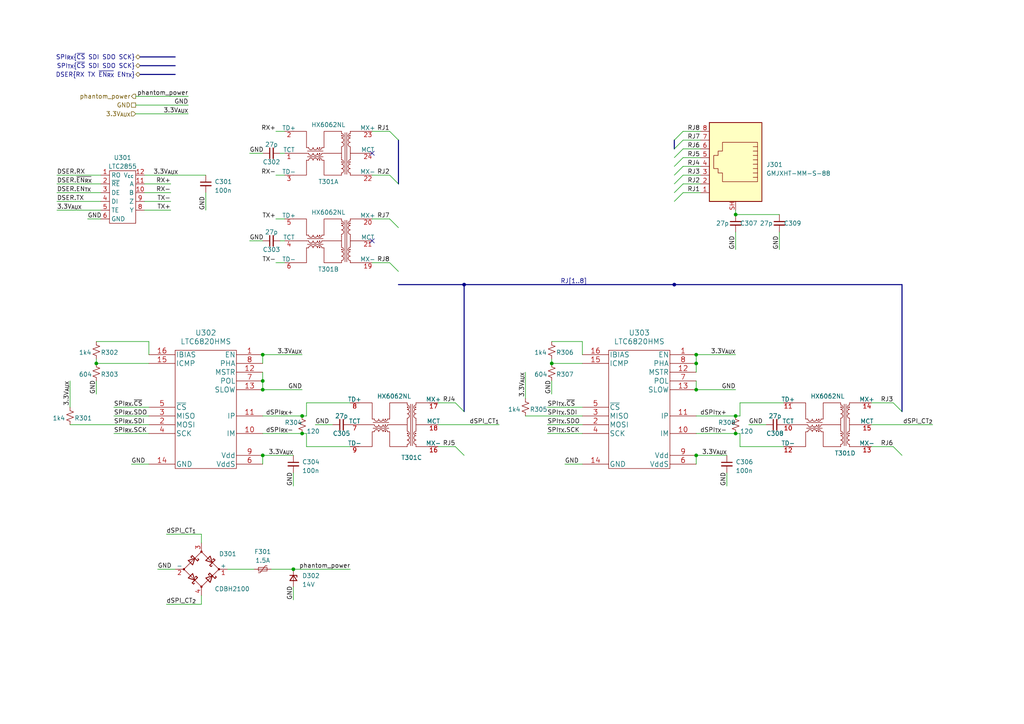
<source format=kicad_sch>
(kicad_sch (version 20210406) (generator eeschema)
  (paper "A4")
  (title_block (title "Common Slot to ATX Adapter") (rev "1"))
  (lib_symbols
    (symbol "proj_sym:C" (pin_numbers hide) (pin_names (offset 0.254) hide)
      (property "Reference" "C" (at 0.254 1.778 0))
      (property "Value" "C" (at 0.254 -2.032 0))
      (symbol "C_0_1"
        (polyline (pts (xy -1.524 -0.508) (xy 1.524 -0.508)) (stroke (width 0.3302)))
        (polyline (pts (xy -1.524 0.508) (xy 1.524 0.508)) (stroke (width 0.3048)))
      )
      (symbol "C_1_1"
        (pin passive line (at 0 2.54 270) (length 2.032) (name "~") (number "1"))
        (pin passive line (at 0 -2.54 90) (length 2.032) (name "~") (number "2"))
      )
    )
    (symbol "proj_sym:CDBH2100" (pin_names (offset 0))
      (property "Reference" "D" (at 2.54 6.985 0))
      (property "Value" "CDBH2100" (at 2.54 5.08 0))
      (symbol "CDBH2100_0_1"
        (circle (center -5.08 0) (radius 0.254) (fill (type outline)))
        (circle (center 0 -5.08) (radius 0.254) (fill (type outline)))
        (circle (center 0 5.08) (radius 0.254) (fill (type outline)))
        (circle (center 5.08 0) (radius 0.254) (fill (type outline)))
        (polyline (pts (xy -2.667 3.937) (xy -1.143 2.413)) (stroke (width 0.254)))
        (polyline (pts (xy -1.143 -2.413) (xy -2.667 -3.937)) (stroke (width 0.254)))
        (polyline (pts (xy 2.413 -1.143) (xy 3.937 -2.667)) (stroke (width 0.254)))
        (polyline (pts (xy 3.937 2.667) (xy 2.413 1.143)) (stroke (width 0.254)))
        (polyline (pts (xy -2.667 -3.937) (xy -2.286 -4.318) (xy -2.032 -4.064)) (stroke (width 0.254)))
        (polyline (pts (xy -2.667 3.937) (xy -3.048 3.556) (xy -2.794 3.302)) (stroke (width 0.254)))
        (polyline (pts (xy -1.143 -2.413) (xy -1.524 -2.032) (xy -1.778 -2.286)) (stroke (width 0.254)))
        (polyline (pts (xy -1.143 2.413) (xy -0.762 2.794) (xy -1.016 3.048)) (stroke (width 0.254)))
        (polyline (pts (xy 2.413 -1.143) (xy 2.032 -1.524) (xy 2.286 -1.778)) (stroke (width 0.254)))
        (polyline (pts (xy 2.413 1.143) (xy 2.794 0.762) (xy 3.048 1.016)) (stroke (width 0.254)))
        (polyline (pts (xy 3.937 -2.667) (xy 4.318 -2.286) (xy 4.064 -2.032)) (stroke (width 0.254)))
        (polyline (pts (xy 3.937 2.667) (xy 3.556 3.048) (xy 3.302 2.794)) (stroke (width 0.254)))
        (polyline (pts (xy -3.81 2.54) (xy -2.54 1.27) (xy -1.905 3.175) (xy -3.81 2.54)) (stroke (width 0.254)))
        (polyline (pts (xy -2.54 -1.27) (xy -3.81 -2.54) (xy -1.905 -3.175) (xy -2.54 -1.27)) (stroke (width 0.254)))
        (polyline (pts (xy 1.27 2.54) (xy 2.54 3.81) (xy 3.175 1.905) (xy 1.27 2.54)) (stroke (width 0.254)))
        (polyline (pts (xy 3.175 -1.905) (xy 1.27 -2.54) (xy 2.54 -3.81) (xy 3.175 -1.905)) (stroke (width 0.254)))
        (polyline (pts (xy -5.08 0) (xy 0 -5.08) (xy 5.08 0) (xy 0 5.08) (xy -5.08 0)))
      )
      (symbol "CDBH2100_1_1"
        (pin passive line (at 7.62 0 180) (length 2.54) (name "+") (number "1"))
        (pin passive line (at -7.62 0 0) (length 2.54) (name "-") (number "2"))
        (pin passive line (at 0 7.62 270) (length 2.54) (name "~~") (number "3"))
        (pin passive line (at 0 -7.62 90) (length 2.54) (name "~~") (number "4"))
      )
    )
    (symbol "proj_sym:D_Zener" (pin_numbers hide) (pin_names (offset 0.254) hide)
      (property "Reference" "D" (at 0 2.286 0))
      (property "Value" "D_Zener" (at 0 -2.286 0))
      (symbol "D_Zener_0_1"
        (polyline (pts (xy 0.762 0) (xy -0.762 0)))
        (polyline (pts (xy -0.254 1.016) (xy -0.762 1.016) (xy -0.762 -1.016)) (stroke (width 0.254)))
        (polyline (pts (xy 0.762 1.016) (xy -0.762 0) (xy 0.762 -1.016) (xy 0.762 1.016)) (stroke (width 0.254)))
      )
      (symbol "D_Zener_1_1"
        (pin passive line (at -2.54 0 0) (length 1.778) (name "K") (number "1"))
        (pin passive line (at 2.54 0 180) (length 1.778) (name "A") (number "2"))
      )
    )
    (symbol "proj_sym:GMJXHT-MM-S-88" (pin_names (offset 1.016))
      (property "Reference" "J" (at -5.08 13.97 0))
      (property "Value" "GMJXHT-MM-S-88" (at 2.54 13.97 0))
      (symbol "GMJXHT-MM-S-88_0_1"
        (rectangle (start 7.62 12.7) (end -7.62 -10.16) (stroke (width 0.254)) (fill (type background)))
        (polyline (pts (xy -5.08 4.445) (xy -6.35 4.445)))
        (polyline (pts (xy -5.08 5.715) (xy -6.35 5.715)))
        (polyline (pts (xy -6.35 -3.175) (xy -5.08 -3.175) (xy -5.08 -3.175)))
        (polyline (pts (xy -6.35 -1.905) (xy -5.08 -1.905) (xy -5.08 -1.905)))
        (polyline (pts (xy -6.35 -0.635) (xy -5.08 -0.635) (xy -5.08 -0.635)))
        (polyline (pts (xy -6.35 0.635) (xy -5.08 0.635) (xy -5.08 0.635)))
        (polyline (pts (xy -6.35 1.905) (xy -5.08 1.905) (xy -5.08 1.905)))
        (polyline (pts (xy -5.08 3.175) (xy -6.35 3.175) (xy -6.35 3.175)))
        (polyline (pts (xy -6.35 -4.445) (xy -6.35 6.985) (xy 3.81 6.985) (xy 3.81 4.445) (xy 5.08 4.445) (xy 5.08 3.175) (xy 6.35 3.175) (xy 6.35 -0.635) (xy 5.08 -0.635) (xy 5.08 -1.905) (xy 3.81 -1.905) (xy 3.81 -4.445) (xy -6.35 -4.445) (xy -6.35 -4.445)))
      )
      (symbol "GMJXHT-MM-S-88_1_1"
        (pin passive line (at 10.16 -7.62 180) (length 2.54) (name "~") (number "1"))
        (pin passive line (at 10.16 -5.08 180) (length 2.54) (name "~") (number "2"))
        (pin passive line (at 10.16 -2.54 180) (length 2.54) (name "~") (number "3"))
        (pin passive line (at 10.16 0 180) (length 2.54) (name "~") (number "4"))
        (pin passive line (at 10.16 2.54 180) (length 2.54) (name "~") (number "5"))
        (pin passive line (at 10.16 5.08 180) (length 2.54) (name "~") (number "6"))
        (pin passive line (at 10.16 7.62 180) (length 2.54) (name "~") (number "7"))
        (pin passive line (at 10.16 10.16 180) (length 2.54) (name "~") (number "8"))
        (pin passive line (at 0 -12.7 90) (length 2.54) (name "~") (number "SH"))
      )
    )
    (symbol "proj_sym:HX6062NL" (pin_names (offset 0))
      (property "Reference" "T" (at 0 1.905 0))
      (property "Value" "HX6062NL" (at 0 1.905 0))
      (symbol "HX6062NL_0_1"
        (arc (start -4.445 -8.382) (end -5.08 -7.747) (radius (at -5.08 -8.382) (length 0.635) (angles 0 90)) (stroke (width 0.1524)))
        (arc (start -5.08 -7.747) (end -5.715 -8.382) (radius (at -5.08 -8.382) (length 0.635) (angles 90 180)) (stroke (width 0.1524)))
        (arc (start -5.715 -6.35) (end -5.08 -6.985) (radius (at -5.08 -6.35) (length 0.635) (angles 180 -90)) (stroke (width 0.1524)))
        (arc (start -5.08 -6.985) (end -4.445 -6.35) (radius (at -5.08 -6.35) (length 0.635) (angles -90 0)) (stroke (width 0.1524)))
        (arc (start -5.715 -4.699) (end -5.08 -5.334) (radius (at -5.08 -4.699) (length 0.635) (angles 180 -90)) (stroke (width 0.1524)))
        (arc (start -5.08 -5.334) (end -4.445 -4.699) (radius (at -5.08 -4.699) (length 0.635) (angles -90 0)) (stroke (width 0.1524)))
        (arc (start -3.175 -8.382) (end -3.81 -7.747) (radius (at -3.81 -8.382) (length 0.635) (angles 0 90)) (stroke (width 0.1524)))
        (arc (start -3.81 -7.747) (end -4.445 -8.382) (radius (at -3.81 -8.382) (length 0.635) (angles 90 180)) (stroke (width 0.1524)))
        (arc (start -4.445 -6.35) (end -3.81 -6.985) (radius (at -3.81 -6.35) (length 0.635) (angles 180 -90)) (stroke (width 0.1524)))
        (arc (start -3.81 -6.985) (end -3.175 -6.35) (radius (at -3.81 -6.35) (length 0.635) (angles -90 0)) (stroke (width 0.1524)))
        (arc (start -4.445 -4.699) (end -3.81 -5.334) (radius (at -3.81 -4.699) (length 0.635) (angles 180 -90)) (stroke (width 0.1524)))
        (arc (start -3.81 -5.334) (end -3.175 -4.699) (radius (at -3.81 -4.699) (length 0.635) (angles -90 0)) (stroke (width 0.1524)))
        (arc (start -1.905 -8.382) (end -2.54 -7.747) (radius (at -2.54 -8.382) (length 0.635) (angles 0 90)) (stroke (width 0.1524)))
        (arc (start -2.54 -7.747) (end -3.175 -8.382) (radius (at -2.54 -8.382) (length 0.635) (angles 90 180)) (stroke (width 0.1524)))
        (arc (start -3.175 -6.35) (end -2.54 -6.985) (radius (at -2.54 -6.35) (length 0.635) (angles 180 -90)) (stroke (width 0.1524)))
        (arc (start -2.54 -6.985) (end -1.905 -6.35) (radius (at -2.54 -6.35) (length 0.635) (angles -90 0)) (stroke (width 0.1524)))
        (arc (start -3.175 -4.699) (end -2.54 -5.334) (radius (at -2.54 -4.699) (length 0.635) (angles 180 -90)) (stroke (width 0.1524)))
        (arc (start -2.54 -5.334) (end -1.905 -4.699) (radius (at -2.54 -4.699) (length 0.635) (angles -90 0)) (stroke (width 0.1524)))
        (arc (start 4.445 -11.43) (end 3.81 -12.065) (radius (at 3.81 -11.43) (length 0.635) (angles 0 -90)) (stroke (width 0.1524)))
        (arc (start 3.81 -10.795) (end 4.445 -11.43) (radius (at 3.81 -11.43) (length 0.635) (angles 90 0)) (stroke (width 0.1524)))
        (arc (start 4.445 -10.16) (end 3.81 -10.795) (radius (at 3.81 -10.16) (length 0.635) (angles 0 -90)) (stroke (width 0.1524)))
        (arc (start 3.81 -9.525) (end 4.445 -10.16) (radius (at 3.81 -10.16) (length 0.635) (angles 90 0)) (stroke (width 0.1524)))
        (arc (start 4.445 -8.89) (end 3.81 -9.525) (radius (at 3.81 -8.89) (length 0.635) (angles 0 -90)) (stroke (width 0.1524)))
        (arc (start 3.81 -8.255) (end 4.445 -8.89) (radius (at 3.81 -8.89) (length 0.635) (angles 90 0)) (stroke (width 0.1524)))
        (arc (start 4.445 -3.81) (end 3.81 -4.445) (radius (at 3.81 -3.81) (length 0.635) (angles 0 -90)) (stroke (width 0.1524)))
        (arc (start 3.81 -3.175) (end 4.445 -3.81) (radius (at 3.81 -3.81) (length 0.635) (angles 90 0)) (stroke (width 0.1524)))
        (arc (start 4.445 -2.54) (end 3.81 -3.175) (radius (at 3.81 -2.54) (length 0.635) (angles 0 -90)) (stroke (width 0.1524)))
        (arc (start 3.81 -1.905) (end 4.445 -2.54) (radius (at 3.81 -2.54) (length 0.635) (angles 90 0)) (stroke (width 0.1524)))
        (arc (start 4.445 -1.27) (end 3.81 -1.905) (radius (at 3.81 -1.27) (length 0.635) (angles 0 -90)) (stroke (width 0.1524)))
        (arc (start 3.81 -0.635) (end 4.445 -1.27) (radius (at 3.81 -1.27) (length 0.635) (angles 90 0)) (stroke (width 0.1524)))
        (arc (start 5.715 -11.43) (end 6.35 -10.795) (radius (at 6.35 -11.43) (length 0.635) (angles 180 90)) (stroke (width 0.1524)))
        (arc (start 6.35 -12.065) (end 5.715 -11.43) (radius (at 6.35 -11.43) (length 0.635) (angles -90 180)) (stroke (width 0.1524)))
        (arc (start 5.715 -10.16) (end 6.35 -9.525) (radius (at 6.35 -10.16) (length 0.635) (angles 180 90)) (stroke (width 0.1524)))
        (arc (start 6.35 -10.795) (end 5.715 -10.16) (radius (at 6.35 -10.16) (length 0.635) (angles -90 180)) (stroke (width 0.1524)))
        (arc (start 5.715 -8.89) (end 6.35 -8.255) (radius (at 6.35 -8.89) (length 0.635) (angles 180 90)) (stroke (width 0.1524)))
        (arc (start 6.35 -9.525) (end 5.715 -8.89) (radius (at 6.35 -8.89) (length 0.635) (angles -90 180)) (stroke (width 0.1524)))
        (arc (start 5.715 -3.81) (end 6.35 -3.175) (radius (at 6.35 -3.81) (length 0.635) (angles 180 90)) (stroke (width 0.1524)))
        (arc (start 6.35 -4.445) (end 5.715 -3.81) (radius (at 6.35 -3.81) (length 0.635) (angles -90 180)) (stroke (width 0.1524)))
        (arc (start 5.715 -2.54) (end 6.35 -1.905) (radius (at 6.35 -2.54) (length 0.635) (angles 180 90)) (stroke (width 0.1524)))
        (arc (start 6.35 -3.175) (end 5.715 -2.54) (radius (at 6.35 -2.54) (length 0.635) (angles -90 180)) (stroke (width 0.1524)))
        (arc (start 5.715 -1.27) (end 6.35 -0.635) (radius (at 6.35 -1.27) (length 0.635) (angles 180 90)) (stroke (width 0.1524)))
        (arc (start 6.35 -1.905) (end 5.715 -1.27) (radius (at 6.35 -1.27) (length 0.635) (angles -90 180)) (stroke (width 0.1524)))
        (circle (center -2.54 -8.255) (radius 0.127) (stroke (width 0.1524)) (fill (type outline)))
        (circle (center -2.54 -6.477) (radius 0.127) (stroke (width 0.1524)) (fill (type outline)))
        (circle (center -2.54 -4.826) (radius 0.127) (stroke (width 0.1524)) (fill (type outline)))
        (circle (center 3.937 -8.89) (radius 0.127) (stroke (width 0.1524)) (fill (type outline)))
        (circle (center 3.937 -1.27) (radius 0.127) (stroke (width 0.1524)) (fill (type outline)))
        (circle (center 6.223 -8.89) (radius 0.127) (stroke (width 0.1524)) (fill (type outline)))
        (circle (center 6.223 -1.27) (radius 0.127) (stroke (width 0.1524)) (fill (type outline)))
        (polyline (pts (xy -6.35 -8.382) (xy -5.715 -8.382)) (stroke (width 0.1524)))
        (polyline (pts (xy -6.35 -6.35) (xy -10.16 -6.35)) (stroke (width 0.1524)))
        (polyline (pts (xy -6.35 -6.35) (xy -5.715 -6.35)) (stroke (width 0.1524)))
        (polyline (pts (xy -6.35 -4.699) (xy -5.715 -4.699)) (stroke (width 0.1524)))
        (polyline (pts (xy -6.096 -7.366) (xy -1.524 -7.366)) (stroke (width 0.1524)))
        (polyline (pts (xy -6.096 -5.715) (xy -1.524 -5.715)) (stroke (width 0.1524)))
        (polyline (pts (xy -1.905 -8.382) (xy -1.27 -8.382)) (stroke (width 0.1524)))
        (polyline (pts (xy -1.905 -6.35) (xy -1.27 -6.35)) (stroke (width 0.1524)))
        (polyline (pts (xy -1.905 -4.699) (xy -1.27 -4.699)) (stroke (width 0.1524)))
        (polyline (pts (xy -1.27 -6.35) (xy 3.81 -6.35)) (stroke (width 0.1524)))
        (polyline (pts (xy 3.81 -12.065) (xy 3.81 -12.7)) (stroke (width 0.1524)))
        (polyline (pts (xy 3.81 -8.255) (xy 3.81 -7.62)) (stroke (width 0.1524)))
        (polyline (pts (xy 3.81 -5.08) (xy 3.81 -7.62)) (stroke (width 0.1524)))
        (polyline (pts (xy 3.81 -4.445) (xy 3.81 -5.08)) (stroke (width 0.1524)))
        (polyline (pts (xy 3.81 -0.635) (xy 3.81 0)) (stroke (width 0.1524)))
        (polyline (pts (xy 4.826 -0.381) (xy 4.826 -12.446)) (stroke (width 0.1524)))
        (polyline (pts (xy 5.334 -0.381) (xy 5.334 -12.446)) (stroke (width 0.1524)))
        (polyline (pts (xy 6.35 -12.7) (xy 10.16 -12.7)) (stroke (width 0.1524)))
        (polyline (pts (xy 6.35 -12.065) (xy 6.35 -12.7)) (stroke (width 0.1524)))
        (polyline (pts (xy 6.35 -7.62) (xy 6.35 -8.255)) (stroke (width 0.1524)))
        (polyline (pts (xy 6.35 -6.35) (xy 10.16 -6.35)) (stroke (width 0.1524)))
        (polyline (pts (xy 6.35 -5.08) (xy 6.35 -7.62)) (stroke (width 0.1524)))
        (polyline (pts (xy 6.35 -4.445) (xy 6.35 -5.08)) (stroke (width 0.1524)))
        (polyline (pts (xy 6.35 0) (xy 6.35 -0.635)) (stroke (width 0.1524)))
        (polyline (pts (xy 6.35 0) (xy 10.16 0)) (stroke (width 0.1524)))
        (polyline (pts (xy -6.35 -8.382) (xy -6.35 -12.7) (xy -10.16 -12.7)) (stroke (width 0.1524)))
        (polyline (pts (xy -6.35 -4.699) (xy -6.35 0) (xy -10.16 0)) (stroke (width 0.1524)))
        (polyline (pts (xy -1.27 -4.699) (xy -1.27 0) (xy 3.81 0)) (stroke (width 0.1524)))
        (polyline (pts (xy 3.81 -12.7) (xy -1.27 -12.7) (xy -1.27 -8.382)) (stroke (width 0.1524)))
      )
      (symbol "HX6062NL_1_0"
        (pin passive line (at -12.7 -6.35 0) (length 2.54) (name "TCT") (number "1"))
        (pin passive line (at -12.7 0 0) (length 2.54) (name "TD+") (number "2"))
        (pin passive line (at 12.7 -12.7 180) (length 2.54) (name "MX-") (number "22"))
        (pin passive line (at 12.7 0 180) (length 2.54) (name "MX+") (number "23"))
        (pin passive line (at 12.7 -6.35 180) (length 2.54) (name "MCT") (number "24"))
        (pin passive line (at -12.7 -12.7 0) (length 2.54) (name "TD-") (number "3"))
      )
      (symbol "HX6062NL_2_0"
        (pin passive line (at 12.7 -12.7 180) (length 2.54) (name "MX-") (number "19"))
        (pin passive line (at 12.7 0 180) (length 2.54) (name "MX+") (number "20"))
        (pin passive line (at 12.7 -6.35 180) (length 2.54) (name "MCT") (number "21"))
        (pin passive line (at -12.7 -6.35 0) (length 2.54) (name "TCT") (number "4"))
        (pin passive line (at -12.7 0 0) (length 2.54) (name "TD+") (number "5"))
        (pin passive line (at -12.7 -12.7 0) (length 2.54) (name "TD-") (number "6"))
      )
      (symbol "HX6062NL_3_0"
        (pin passive line (at 12.7 -12.7 180) (length 2.54) (name "MX-") (number "16"))
        (pin passive line (at 12.7 0 180) (length 2.54) (name "MX+") (number "17"))
        (pin passive line (at 12.7 -6.35 180) (length 2.54) (name "MCT") (number "18"))
        (pin passive line (at -12.7 -6.35 0) (length 2.54) (name "TCT") (number "7"))
        (pin passive line (at -12.7 0 0) (length 2.54) (name "TD+") (number "8"))
        (pin passive line (at -12.7 -12.7 0) (length 2.54) (name "TD-") (number "9"))
      )
      (symbol "HX6062NL_4_0"
        (pin passive line (at -12.7 -6.35 0) (length 2.54) (name "TCT") (number "10"))
        (pin passive line (at -12.7 0 0) (length 2.54) (name "TD+") (number "11"))
        (pin passive line (at -12.7 -12.7 0) (length 2.54) (name "TD-") (number "12"))
        (pin passive line (at 12.7 -12.7 180) (length 2.54) (name "MX-") (number "13"))
        (pin passive line (at 12.7 0 180) (length 2.54) (name "MX+") (number "14"))
        (pin passive line (at 12.7 -6.35 180) (length 2.54) (name "MCT") (number "15"))
      )
    )
    (symbol "proj_sym:LTC2855"
      (property "Reference" "U" (at 0 0 0))
      (property "Value" "LTC2855" (at 0 0 0))
      (symbol "LTC2855_0_0"
        (pin tri_state line (at -6.35 15.24 0) (length 2.54) (name "RO") (number "1"))
        (pin input line (at 6.35 10.16 180) (length 2.54) (name "B") (number "10"))
        (pin input line (at 6.35 12.7 180) (length 2.54) (name "A") (number "11"))
        (pin power_in line (at 6.35 15.24 180) (length 2.54) (name "V_{cc}") (number "12"))
        (pin input line (at -6.35 12.7 0) (length 2.54) (name "~RE") (number "2"))
        (pin input line (at -6.35 10.16 0) (length 2.54) (name "DE") (number "3"))
        (pin input line (at -6.35 7.62 0) (length 2.54) (name "DI") (number "4"))
        (pin input line (at -6.35 5.08 0) (length 2.54) (name "TE") (number "5"))
        (pin power_in line (at -6.35 2.54 0) (length 2.54) (name "GND") (number "6"))
        (pin no_connect line (at 6.35 2.54 180) (length 2.54) hide (name "NC") (number "7"))
        (pin tri_state line (at 6.35 5.08 180) (length 2.54) (name "Y") (number "8"))
        (pin tri_state line (at 6.35 7.62 180) (length 2.54) (name "Z") (number "9"))
      )
      (symbol "LTC2855_0_1"
        (rectangle (start -3.81 16.51) (end 3.81 1.27) (stroke (width 0.1524)))
      )
    )
    (symbol "proj_sym:LTC6820HMS" (pin_names (offset 0.254))
      (property "Reference" "U" (at 16.51 -35.56 0))
      (property "Value" "LTC6820HMS" (at 16.51 3.81 0))
      (property "Datasheet" "${KIPRJMOD}/ltc6820/LTC6820.pdf" (at 7.62 12.7 0))
      (symbol "LTC6820HMS_0_1"
        (rectangle (start 7.62 1.27) (end 25.4 -33.02) (stroke (width 0.1524)))
      )
      (symbol "LTC6820HMS_1_1"
        (pin input line (at 0 0 0) (length 7.62) (name "EN") (number "1"))
        (pin bidirectional line (at 0 -22.86 0) (length 7.62) (name "IM") (number "10"))
        (pin bidirectional line (at 0 -17.78 0) (length 7.62) (name "IP") (number "11"))
        (pin input line (at 0 -5.08 0) (length 7.62) (name "MSTR") (number "12"))
        (pin input line (at 0 -10.16 0) (length 7.62) (name "SLOW") (number "13"))
        (pin power_in line (at 33.02 -31.75 180) (length 7.62) (name "GND") (number "14"))
        (pin input line (at 33.02 -2.54 180) (length 7.62) (name "ICMP") (number "15"))
        (pin input line (at 33.02 0 180) (length 7.62) (name "IBIAS") (number "16"))
        (pin bidirectional line (at 33.02 -20.32 180) (length 7.62) (name "MOSI") (number "2"))
        (pin bidirectional line (at 33.02 -17.78 180) (length 7.62) (name "MISO") (number "3"))
        (pin bidirectional line (at 33.02 -22.86 180) (length 7.62) (name "SCK") (number "4"))
        (pin bidirectional line (at 33.02 -15.24 180) (length 7.62) (name "~CS") (number "5"))
        (pin power_in line (at 0 -31.75 0) (length 7.62) (name "VddS") (number "6"))
        (pin input line (at 0 -7.62 0) (length 7.62) (name "POL") (number "7"))
        (pin input line (at 0 -2.54 0) (length 7.62) (name "PHA") (number "8"))
        (pin power_in line (at 0 -29.21 0) (length 7.62) (name "Vdd") (number "9"))
      )
    )
    (symbol "proj_sym:Polyfuse" (pin_numbers hide) (pin_names (offset 0))
      (property "Reference" "F" (at -1.905 0 90))
      (property "Value" "Polyfuse" (at 1.905 0 90))
      (symbol "Polyfuse_0_1"
        (rectangle (start -0.508 1.27) (end 0.508 -1.27))
        (polyline (pts (xy 0 2.54) (xy 0 -2.54)))
        (polyline (pts (xy -1.016 1.27) (xy -1.016 0.762) (xy 1.016 -0.762) (xy 1.016 -1.27)))
      )
      (symbol "Polyfuse_1_1"
        (pin passive line (at 0 2.54 270) (length 0.635) (name "~") (number "1"))
        (pin passive line (at 0 -2.54 90) (length 0.635) (name "~") (number "2"))
      )
    )
    (symbol "proj_sym:Resistor" (pin_numbers hide) (pin_names (offset 0.254) hide)
      (property "Reference" "R" (at 0.762 0.508 0))
      (property "Value" "Resistor" (at 0.762 -1.016 0))
      (symbol "Resistor_1_1"
        (polyline (pts (xy 0 0) (xy 1.016 -0.381) (xy 0 -0.762) (xy -1.016 -1.143) (xy 0 -1.524)))
        (polyline (pts (xy 0 1.524) (xy 1.016 1.143) (xy 0 0.762) (xy -1.016 0.381) (xy 0 0)))
        (pin passive line (at 0 2.54 270) (length 1.016) (name "~") (number "1"))
        (pin passive line (at 0 -2.54 90) (length 1.016) (name "~") (number "2"))
      )
    )
  )
  (junction (at 27.94 105.41) (diameter 0.9144))
  (junction (at 76.2 102.87) (diameter 0.9144))
  (junction (at 76.2 110.49) (diameter 0.9144))
  (junction (at 76.2 113.03) (diameter 0.9144))
  (junction (at 76.2 132.08) (diameter 0.9144))
  (junction (at 85.09 165.1) (diameter 0.9144))
  (junction (at 87.63 120.65) (diameter 0.9144))
  (junction (at 87.63 125.73) (diameter 0.9144))
  (junction (at 160.02 105.41) (diameter 0.9144))
  (junction (at 201.93 102.87) (diameter 0.9144))
  (junction (at 201.93 105.41) (diameter 0.9144))
  (junction (at 201.93 113.03) (diameter 0.9144))
  (junction (at 201.93 132.08) (diameter 0.9144))
  (junction (at 213.36 62.23) (diameter 0.9144))
  (junction (at 213.36 120.65) (diameter 0.9144))
  (junction (at 213.36 125.73) (diameter 0.9144))
  (junction (at 134.62 82.55) (diameter 0.9144))
  (junction (at 195.58 82.55) (diameter 0.9144))
  (no_connect (at 107.95 44.45))
  (no_connect (at 107.95 69.85))
  (bus_entry (at 113.03 38.1) (size 2.54 2.54) (stroke (width 0.1524)))
  (bus_entry (at 113.03 50.8) (size 2.54 2.54) (stroke (width 0.1524)))
  (bus_entry (at 113.03 63.5) (size 2.54 2.54) (stroke (width 0.1524)))
  (bus_entry (at 113.03 76.2) (size 2.54 2.54) (stroke (width 0.1524)))
  (bus_entry (at 132.08 116.84) (size 2.54 2.54) (stroke (width 0.1524)))
  (bus_entry (at 132.08 129.54) (size 2.54 2.54) (stroke (width 0.1524)))
  (bus_entry (at 198.12 38.1) (size -2.54 2.54) (stroke (width 0.1524)))
  (bus_entry (at 198.12 40.64) (size -2.54 2.54) (stroke (width 0.1524)))
  (bus_entry (at 198.12 43.18) (size -2.54 2.54) (stroke (width 0.1524)))
  (bus_entry (at 198.12 45.72) (size -2.54 2.54) (stroke (width 0.1524)))
  (bus_entry (at 198.12 48.26) (size -2.54 2.54) (stroke (width 0.1524)))
  (bus_entry (at 198.12 50.8) (size -2.54 2.54) (stroke (width 0.1524)))
  (bus_entry (at 198.12 53.34) (size -2.54 2.54) (stroke (width 0.1524)))
  (bus_entry (at 198.12 55.88) (size -2.54 2.54) (stroke (width 0.1524)))
  (bus_entry (at 259.08 116.84) (size 2.54 2.54) (stroke (width 0.1524)))
  (bus_entry (at 259.08 129.54) (size 2.54 2.54) (stroke (width 0.1524)))
  (wire (pts (xy 16.51 50.8) (xy 29.21 50.8)))
  (wire (pts (xy 16.51 53.34) (xy 29.21 53.34)))
  (wire (pts (xy 16.51 55.88) (xy 29.21 55.88)))
  (wire (pts (xy 16.51 58.42) (xy 29.21 58.42)))
  (wire (pts (xy 16.51 60.96) (xy 29.21 60.96)))
  (wire (pts (xy 20.32 110.49) (xy 20.32 118.11)))
  (wire (pts (xy 20.32 123.19) (xy 43.18 123.19)))
  (wire (pts (xy 25.4 63.5) (xy 29.21 63.5)))
  (wire (pts (xy 27.94 99.06) (xy 43.18 99.06)))
  (wire (pts (xy 27.94 104.14) (xy 27.94 105.41)))
  (wire (pts (xy 27.94 105.41) (xy 43.18 105.41)))
  (wire (pts (xy 27.94 110.49) (xy 27.94 114.3)))
  (wire (pts (xy 33.02 118.11) (xy 43.18 118.11)))
  (wire (pts (xy 33.02 120.65) (xy 43.18 120.65)))
  (wire (pts (xy 33.02 125.73) (xy 43.18 125.73)))
  (wire (pts (xy 38.1 134.62) (xy 43.18 134.62)))
  (wire (pts (xy 39.37 27.94) (xy 54.61 27.94)))
  (wire (pts (xy 39.37 30.48) (xy 54.61 30.48)))
  (wire (pts (xy 39.37 33.02) (xy 54.61 33.02)))
  (wire (pts (xy 41.91 50.8) (xy 59.69 50.8)))
  (wire (pts (xy 41.91 53.34) (xy 49.53 53.34)))
  (wire (pts (xy 41.91 55.88) (xy 49.53 55.88)))
  (wire (pts (xy 41.91 58.42) (xy 49.53 58.42)))
  (wire (pts (xy 41.91 60.96) (xy 49.53 60.96)))
  (wire (pts (xy 43.18 99.06) (xy 43.18 102.87)))
  (wire (pts (xy 45.72 165.1) (xy 50.8 165.1)))
  (wire (pts (xy 48.26 154.94) (xy 58.42 154.94)))
  (wire (pts (xy 48.26 175.26) (xy 58.42 175.26)))
  (wire (pts (xy 58.42 154.94) (xy 58.42 157.48)))
  (wire (pts (xy 58.42 175.26) (xy 58.42 172.72)))
  (wire (pts (xy 59.69 55.88) (xy 59.69 60.96)))
  (wire (pts (xy 66.04 165.1) (xy 73.66 165.1)))
  (wire (pts (xy 72.39 44.45) (xy 76.2 44.45)))
  (wire (pts (xy 72.39 69.85) (xy 76.2 69.85)))
  (wire (pts (xy 76.2 102.87) (xy 76.2 105.41)))
  (wire (pts (xy 76.2 102.87) (xy 87.63 102.87)))
  (wire (pts (xy 76.2 107.95) (xy 76.2 110.49)))
  (wire (pts (xy 76.2 110.49) (xy 76.2 113.03)))
  (wire (pts (xy 76.2 113.03) (xy 87.63 113.03)))
  (wire (pts (xy 76.2 120.65) (xy 87.63 120.65)))
  (wire (pts (xy 76.2 125.73) (xy 87.63 125.73)))
  (wire (pts (xy 76.2 132.08) (xy 76.2 134.62)))
  (wire (pts (xy 76.2 132.08) (xy 85.09 132.08)))
  (wire (pts (xy 78.74 165.1) (xy 85.09 165.1)))
  (wire (pts (xy 80.01 38.1) (xy 82.55 38.1)))
  (wire (pts (xy 80.01 50.8) (xy 82.55 50.8)))
  (wire (pts (xy 80.01 63.5) (xy 82.55 63.5)))
  (wire (pts (xy 80.01 76.2) (xy 82.55 76.2)))
  (wire (pts (xy 81.28 44.45) (xy 82.55 44.45)))
  (wire (pts (xy 81.28 69.85) (xy 82.55 69.85)))
  (wire (pts (xy 85.09 137.16) (xy 85.09 140.97)))
  (wire (pts (xy 85.09 165.1) (xy 101.6 165.1)))
  (wire (pts (xy 85.09 170.18) (xy 85.09 173.99)))
  (wire (pts (xy 87.63 120.65) (xy 88.9 120.65)))
  (wire (pts (xy 87.63 125.73) (xy 88.9 125.73)))
  (wire (pts (xy 88.9 116.84) (xy 88.9 120.65)))
  (wire (pts (xy 88.9 125.73) (xy 88.9 129.54)))
  (wire (pts (xy 88.9 129.54) (xy 101.6 129.54)))
  (wire (pts (xy 91.44 123.19) (xy 96.52 123.19)))
  (wire (pts (xy 101.6 116.84) (xy 88.9 116.84)))
  (wire (pts (xy 107.95 38.1) (xy 113.03 38.1)))
  (wire (pts (xy 107.95 50.8) (xy 113.03 50.8)))
  (wire (pts (xy 107.95 63.5) (xy 113.03 63.5)))
  (wire (pts (xy 107.95 76.2) (xy 113.03 76.2)))
  (wire (pts (xy 127 116.84) (xy 132.08 116.84)))
  (wire (pts (xy 127 123.19) (xy 144.78 123.19)))
  (wire (pts (xy 127 129.54) (xy 132.08 129.54)))
  (wire (pts (xy 152.4 107.95) (xy 152.4 115.57)))
  (wire (pts (xy 152.4 120.65) (xy 168.91 120.65)))
  (wire (pts (xy 158.75 118.11) (xy 168.91 118.11)))
  (wire (pts (xy 158.75 123.19) (xy 168.91 123.19)))
  (wire (pts (xy 158.75 125.73) (xy 168.91 125.73)))
  (wire (pts (xy 160.02 99.06) (xy 168.91 99.06)))
  (wire (pts (xy 160.02 104.14) (xy 160.02 105.41)))
  (wire (pts (xy 160.02 105.41) (xy 168.91 105.41)))
  (wire (pts (xy 160.02 110.49) (xy 160.02 114.3)))
  (wire (pts (xy 163.83 134.62) (xy 168.91 134.62)))
  (wire (pts (xy 168.91 99.06) (xy 168.91 102.87)))
  (wire (pts (xy 198.12 38.1) (xy 203.2 38.1)))
  (wire (pts (xy 198.12 40.64) (xy 203.2 40.64)))
  (wire (pts (xy 198.12 43.18) (xy 203.2 43.18)))
  (wire (pts (xy 198.12 45.72) (xy 203.2 45.72)))
  (wire (pts (xy 198.12 48.26) (xy 203.2 48.26)))
  (wire (pts (xy 198.12 50.8) (xy 203.2 50.8)))
  (wire (pts (xy 198.12 53.34) (xy 203.2 53.34)))
  (wire (pts (xy 198.12 55.88) (xy 203.2 55.88)))
  (wire (pts (xy 201.93 102.87) (xy 201.93 105.41)))
  (wire (pts (xy 201.93 102.87) (xy 213.36 102.87)))
  (wire (pts (xy 201.93 105.41) (xy 201.93 107.95)))
  (wire (pts (xy 201.93 110.49) (xy 201.93 113.03)))
  (wire (pts (xy 201.93 113.03) (xy 213.36 113.03)))
  (wire (pts (xy 201.93 120.65) (xy 213.36 120.65)))
  (wire (pts (xy 201.93 125.73) (xy 213.36 125.73)))
  (wire (pts (xy 201.93 132.08) (xy 201.93 134.62)))
  (wire (pts (xy 201.93 132.08) (xy 210.82 132.08)))
  (wire (pts (xy 210.82 137.16) (xy 210.82 140.97)))
  (wire (pts (xy 213.36 60.96) (xy 213.36 62.23)))
  (wire (pts (xy 213.36 62.23) (xy 226.06 62.23)))
  (wire (pts (xy 213.36 67.31) (xy 213.36 72.39)))
  (wire (pts (xy 213.36 120.65) (xy 214.63 120.65)))
  (wire (pts (xy 213.36 125.73) (xy 214.63 125.73)))
  (wire (pts (xy 214.63 116.84) (xy 214.63 120.65)))
  (wire (pts (xy 214.63 125.73) (xy 214.63 129.54)))
  (wire (pts (xy 214.63 129.54) (xy 227.33 129.54)))
  (wire (pts (xy 217.17 123.19) (xy 222.25 123.19)))
  (wire (pts (xy 226.06 67.31) (xy 226.06 72.39)))
  (wire (pts (xy 227.33 116.84) (xy 214.63 116.84)))
  (wire (pts (xy 252.73 116.84) (xy 259.08 116.84)))
  (wire (pts (xy 252.73 123.19) (xy 270.51 123.19)))
  (wire (pts (xy 252.73 129.54) (xy 259.08 129.54)))
  (bus (pts (xy 40.64 16.51) (xy 50.8 16.51)))
  (bus (pts (xy 40.64 19.05) (xy 50.8 19.05)))
  (bus (pts (xy 40.64 21.59) (xy 50.8 21.59)))
  (bus (pts (xy 115.57 40.64) (xy 115.57 82.55)))
  (bus (pts (xy 134.62 82.55) (xy 115.57 82.55)))
  (bus (pts (xy 134.62 82.55) (xy 134.62 132.08)))
  (bus (pts (xy 195.58 40.64) (xy 195.58 82.55)))
  (bus (pts (xy 195.58 82.55) (xy 134.62 82.55)))
  (bus (pts (xy 195.58 82.55) (xy 261.62 82.55)))
  (bus (pts (xy 261.62 82.55) (xy 261.62 132.08)))
  (label "DSER.RX" (at 16.51 50.8 0))
  (label "DSER.~EN_{RX}" (at 16.51 53.34 0))
  (label "DSER.EN_{TX}" (at 16.51 55.88 0))
  (label "DSER.TX" (at 16.51 58.42 0))
  (label "3.3V_{AUX}" (at 16.51 60.96 0))
  (label "3.3V_{AUX}" (at 20.32 110.49 270))
  (label "GND" (at 25.4 63.5 0))
  (label "GND" (at 27.94 114.3 90))
  (label "SPI_{RX}.~CS" (at 33.02 118.11 0))
  (label "SPI_{RX}.SDO" (at 33.02 120.65 0))
  (label "SPI_{RX}.SDI" (at 33.02 123.19 0))
  (label "SPI_{RX}.SCK" (at 33.02 125.73 0))
  (label "GND" (at 38.1 134.62 0))
  (label "3.3V_{AUX}" (at 44.45 50.8 0))
  (label "GND" (at 45.72 165.1 0))
  (label "dSPI_CT_{1}" (at 48.26 154.94 0))
  (label "dSPI_CT_{2}" (at 48.26 175.26 0))
  (label "RX+" (at 49.53 53.34 180))
  (label "RX-" (at 49.53 55.88 180))
  (label "TX-" (at 49.53 58.42 180))
  (label "TX+" (at 49.53 60.96 180))
  (label "phantom_power" (at 54.61 27.94 180))
  (label "GND" (at 54.61 30.48 180))
  (label "3.3V_{AUX}" (at 54.61 33.02 180))
  (label "GND" (at 59.69 60.96 90))
  (label "GND" (at 72.39 44.45 0))
  (label "GND" (at 72.39 69.85 0))
  (label "RX+" (at 80.01 38.1 180))
  (label "RX-" (at 80.01 50.8 180))
  (label "TX+" (at 80.01 63.5 180))
  (label "TX-" (at 80.01 76.2 180))
  (label "dSPI_{RX}+" (at 85.09 120.65 180))
  (label "dSPI_{RX}-" (at 85.09 125.73 180))
  (label "3.3V_{AUX}" (at 85.09 132.08 180))
  (label "GND" (at 85.09 140.97 90))
  (label "GND" (at 85.09 173.99 90))
  (label "3.3V_{AUX}" (at 87.63 102.87 180))
  (label "GND" (at 87.63 113.03 180))
  (label "GND" (at 91.44 123.19 0))
  (label "phantom_power" (at 101.6 165.1 180))
  (label "RJ1" (at 113.03 38.1 180))
  (label "RJ2" (at 113.03 50.8 180))
  (label "RJ7" (at 113.03 63.5 180))
  (label "RJ8" (at 113.03 76.2 180))
  (label "RJ4" (at 132.08 116.84 180))
  (label "RJ5" (at 132.08 129.54 180))
  (label "dSPI_CT_{1}" (at 144.78 123.19 180))
  (label "3.3V_{AUX}" (at 152.4 107.95 270))
  (label "SPI_{TX}.~CS" (at 158.75 118.11 0))
  (label "SPI_{TX}.SDI" (at 158.75 120.65 0))
  (label "SPI_{TX}.SDO" (at 158.75 123.19 0))
  (label "SPI_{TX}.SCK" (at 158.75 125.73 0))
  (label "GND" (at 160.02 114.3 90))
  (label "RJ[1..8]" (at 162.56 82.55 0))
  (label "GND" (at 163.83 134.62 0))
  (label "RJ8" (at 199.39 38.1 0))
  (label "RJ7" (at 199.39 40.64 0))
  (label "RJ6" (at 199.39 43.18 0))
  (label "RJ5" (at 199.39 45.72 0))
  (label "RJ4" (at 199.39 48.26 0))
  (label "RJ3" (at 199.39 50.8 0))
  (label "RJ2" (at 199.39 53.34 0))
  (label "RJ1" (at 199.39 55.88 0))
  (label "dSPI_{TX}+" (at 210.82 120.65 180))
  (label "dSPI_{TX}-" (at 210.82 125.73 180))
  (label "3.3V_{AUX}" (at 210.82 132.08 180))
  (label "GND" (at 210.82 140.97 90))
  (label "GND" (at 213.36 72.39 90))
  (label "3.3V_{AUX}" (at 213.36 102.87 180))
  (label "GND" (at 213.36 113.03 180))
  (label "GND" (at 217.17 123.19 0))
  (label "GND" (at 226.06 72.39 90))
  (label "RJ3" (at 259.08 116.84 180))
  (label "RJ6" (at 259.08 129.54 180))
  (label "dSPI_CT_{2}" (at 270.51 123.19 180))
  (hierarchical_label "phantom_power" (shape output) (at 39.37 27.94 180))
  (hierarchical_label "GND" (shape passive) (at 39.37 30.48 180))
  (hierarchical_label "3.3V_{AUX}" (shape input) (at 39.37 33.02 180))
  (hierarchical_label "SPI_{RX}{~CS SDI SDO SCK}" (shape bidirectional) (at 40.64 16.51 180))
  (hierarchical_label "SPI_{TX}{~CS SDI SDO SCK}" (shape bidirectional) (at 40.64 19.05 180))
  (hierarchical_label "DSER{RX TX ~EN_{RX} EN_{TX}}" (shape bidirectional) (at 40.64 21.59 180))
  (symbol (lib_id "proj_sym:Resistor") (at 20.32 120.65 0) (unit 1)
    (property "Reference" "R301" (at 21.59 121.2849 0) (effects (justify left)))
    (property "Value" "1k4" (at 15.24 121.2849 0) (effects (justify left)))
  )
  (symbol (lib_id "proj_sym:Resistor") (at 27.94 101.6 0) (unit 1)
    (property "Reference" "R302" (at 29.21 102.2349 0) (effects (justify left)))
    (property "Value" "1k4" (at 22.86 102.2349 0) (effects (justify left)))
  )
  (symbol (lib_id "proj_sym:Resistor") (at 27.94 107.95 0) (unit 1)
    (property "Reference" "R303" (at 29.21 108.5849 0) (effects (justify left)))
    (property "Value" "604" (at 22.86 108.5849 0) (effects (justify left)))
  )
  (symbol (lib_id "proj_sym:Polyfuse") (at 76.2 165.1 90) (unit 1)
    (property "Reference" "F301" (at 76.2 160.02 90))
    (property "Value" "1.5A" (at 76.2 162.56 90))
  )
  (symbol (lib_id "proj_sym:Resistor") (at 87.63 123.19 0) (unit 1)
    (property "Reference" "R304" (at 82.55 122.5549 0) (effects (justify left)))
    (property "Value" "120" (at 88.9 125.0949 0) (effects (justify left)))
  )
  (symbol (lib_id "proj_sym:Resistor") (at 152.4 118.11 0) (unit 1)
    (property "Reference" "R305" (at 153.67 118.7449 0) (effects (justify left)))
    (property "Value" "1k4" (at 147.32 118.7449 0) (effects (justify left)))
  )
  (symbol (lib_id "proj_sym:Resistor") (at 160.02 101.6 0) (unit 1)
    (property "Reference" "R306" (at 161.29 102.2349 0) (effects (justify left)))
    (property "Value" "1k4" (at 154.94 102.2349 0) (effects (justify left)))
  )
  (symbol (lib_id "proj_sym:Resistor") (at 160.02 107.95 0) (unit 1)
    (property "Reference" "R307" (at 161.29 108.5849 0) (effects (justify left)))
    (property "Value" "604" (at 154.94 108.5849 0) (effects (justify left)))
  )
  (symbol (lib_id "proj_sym:Resistor") (at 213.36 123.19 0) (unit 1)
    (property "Reference" "R308" (at 208.28 122.5549 0) (effects (justify left)))
    (property "Value" "120" (at 214.63 125.0949 0) (effects (justify left)))
  )
  (symbol (lib_id "proj_sym:D_Zener") (at 85.09 167.64 270) (unit 1)
    (property "Reference" "D302" (at 87.63 167.0049 90) (effects (justify left)))
    (property "Value" "14V" (at 87.63 169.5449 90) (effects (justify left)))
  )
  (symbol (lib_id "proj_sym:C") (at 59.69 53.34 0) (unit 1)
    (property "Reference" "C301" (at 62.23 52.7049 0) (effects (justify left)))
    (property "Value" "100n" (at 62.23 55.2449 0) (effects (justify left)))
  )
  (symbol (lib_id "proj_sym:C") (at 78.74 44.45 90) (unit 1)
    (property "Reference" "C302" (at 78.74 46.99 90))
    (property "Value" "27p" (at 78.74 41.91 90))
  )
  (symbol (lib_id "proj_sym:C") (at 78.74 69.85 90) (unit 1)
    (property "Reference" "C303" (at 78.74 72.39 90))
    (property "Value" "27p" (at 78.74 67.31 90))
  )
  (symbol (lib_id "proj_sym:C") (at 85.09 134.62 0) (unit 1)
    (property "Reference" "C304" (at 87.63 133.9849 0) (effects (justify left)))
    (property "Value" "100n" (at 87.63 136.5249 0) (effects (justify left)))
  )
  (symbol (lib_id "proj_sym:C") (at 99.06 123.19 90) (unit 1)
    (property "Reference" "C305" (at 99.06 125.73 90))
    (property "Value" "27p" (at 99.06 120.65 90))
  )
  (symbol (lib_id "proj_sym:C") (at 210.82 134.62 0) (unit 1)
    (property "Reference" "C306" (at 213.36 133.9849 0) (effects (justify left)))
    (property "Value" "100n" (at 213.36 136.5249 0) (effects (justify left)))
  )
  (symbol (lib_id "proj_sym:C") (at 213.36 64.77 0) (mirror y) (unit 1)
    (property "Reference" "C307" (at 217.17 64.77 0))
    (property "Value" "27p" (at 209.55 64.77 0))
  )
  (symbol (lib_id "proj_sym:C") (at 224.79 123.19 90) (unit 1)
    (property "Reference" "C308" (at 224.79 125.73 90))
    (property "Value" "27p" (at 224.79 120.65 90))
  )
  (symbol (lib_id "proj_sym:C") (at 226.06 64.77 0) (mirror y) (unit 1)
    (property "Reference" "C309" (at 229.87 64.77 0))
    (property "Value" "27p" (at 222.25 64.77 0))
  )
  (symbol (lib_id "proj_sym:LTC2855") (at 35.56 66.04 0) (unit 1)
    (property "Reference" "U301" (at 35.56 45.72 0))
    (property "Value" "LTC2855" (at 35.56 48.26 0))
    (property "Datasheet" "${KIPRJMOD}/ltc2855/285455fc-1268664.pdf" (effects hide))
  )
  (symbol (lib_id "proj_sym:CDBH2100") (at 58.42 165.1 0) (unit 1)
    (property "Reference" "D301" (at 63.5 160.6549 0) (effects (justify left)))
    (property "Value" "CDBH2100" (at 62.23 170.8149 0) (effects (justify left)))
    (property "Datasheet" "${KIPRJMOD}/cdbh2100/CDBHD240-G_Thru._CDBHD2100-G_____RevC-1481034.pdf" (effects hide))
  )
  (symbol (lib_id "proj_sym:HX6062NL") (at 95.25 38.1 0) (unit 1)
    (property "Reference" "T301" (at 95.25 52.705 0))
    (property "Value" "HX6062NL" (at 95.25 36.195 0))
    (property "Datasheet" "${KIPRJMOD}/hx6062/Pulse_08032018_HX6062NL-1385870.pdf" (effects hide))
  )
  (symbol (lib_id "proj_sym:HX6062NL") (at 95.25 63.5 0) (unit 2)
    (property "Reference" "T301" (at 95.25 78.105 0))
    (property "Value" "HX6062NL" (at 95.25 61.595 0))
    (property "Datasheet" "${KIPRJMOD}/hx6062/Pulse_08032018_HX6062NL-1385870.pdf" (effects hide))
  )
  (symbol (lib_id "proj_sym:HX6062NL") (at 114.3 116.84 0) (unit 3)
    (property "Reference" "T301" (at 119.38 132.715 0))
    (property "Value" "HX6062NL" (at 114.3 114.935 0))
    (property "Datasheet" "${KIPRJMOD}/hx6062/Pulse_08032018_HX6062NL-1385870.pdf" (effects hide))
  )
  (symbol (lib_id "proj_sym:HX6062NL") (at 240.03 116.84 0) (unit 4)
    (property "Reference" "T301" (at 245.11 131.445 0))
    (property "Value" "HX6062NL" (at 240.03 114.935 0))
    (property "Datasheet" "${KIPRJMOD}/hx6062/Pulse_08032018_HX6062NL-1385870.pdf" (effects hide))
  )
  (symbol (lib_id "proj_sym:GMJXHT-MM-S-88") (at 213.36 48.26 0) (mirror y) (unit 1)
    (property "Reference" "J301" (at 222.25 47.7519 0) (effects (justify right)))
    (property "Value" "GMJXHT-MM-S-88" (at 222.25 50.2919 0) (effects (justify right)))
    (property "Datasheet" "${KIPRJMOD}/gmjxht/GMJXHT-MM-S-88.pdf" (effects hide))
  )
  (symbol (lib_id "proj_sym:LTC6820HMS") (at 76.2 102.87 0) (mirror y) (unit 1)
    (property "Reference" "U302" (at 59.69 96.52 0) (effects (font (size 1.524 1.524))))
    (property "Value" "LTC6820HMS" (at 59.69 99.06 0) (effects (font (size 1.524 1.524))))
    (property "Footprint" "footprints:LTC6820HMS-TRPBF" (effects hide))
    (property "Datasheet" "${KIPRJMOD}/ltc6820/LTC6820.pdf" (effects hide))
  )
  (symbol (lib_id "proj_sym:LTC6820HMS") (at 201.93 102.87 0) (mirror y) (unit 1)
    (property "Reference" "U303" (at 185.42 96.52 0) (effects (font (size 1.524 1.524))))
    (property "Value" "LTC6820HMS" (at 185.42 99.06 0) (effects (font (size 1.524 1.524))))
    (property "Footprint" "footprints:LTC6820HMS-TRPBF" (effects hide))
    (property "Datasheet" "${KIPRJMOD}/ltc6820/LTC6820.pdf" (effects hide))
  )
)
</source>
